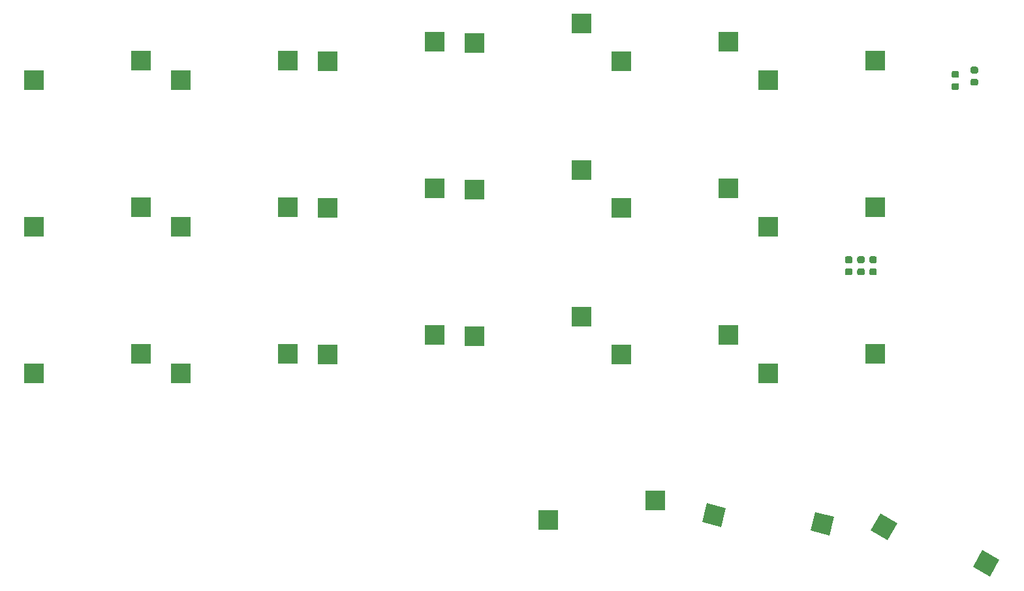
<source format=gbr>
G04 #@! TF.GenerationSoftware,KiCad,Pcbnew,(5.1.5-0-10_14)*
G04 #@! TF.CreationDate,2020-05-04T16:50:39-04:00*
G04 #@! TF.ProjectId,hardware,68617264-7761-4726-952e-6b696361645f,rev?*
G04 #@! TF.SameCoordinates,Original*
G04 #@! TF.FileFunction,Paste,Bot*
G04 #@! TF.FilePolarity,Positive*
%FSLAX46Y46*%
G04 Gerber Fmt 4.6, Leading zero omitted, Abs format (unit mm)*
G04 Created by KiCad (PCBNEW (5.1.5-0-10_14)) date 2020-05-04 16:50:39*
%MOMM*%
%LPD*%
G04 APERTURE LIST*
%ADD10R,2.550000X2.500000*%
%ADD11C,0.100000*%
G04 APERTURE END LIST*
D10*
X64710000Y-40640000D03*
X50860000Y-43180000D03*
X64710000Y-59690000D03*
X50860000Y-62230000D03*
X64710000Y-78740000D03*
X50860000Y-81280000D03*
X83760000Y-40640000D03*
X69910000Y-43180000D03*
X83760000Y-59690000D03*
X69910000Y-62230000D03*
X83760000Y-78740000D03*
X69910000Y-81280000D03*
X102810000Y-38258750D03*
X88960000Y-40798750D03*
X102810000Y-57308750D03*
X88960000Y-59848750D03*
X102810000Y-76358750D03*
X88960000Y-78898750D03*
X121860000Y-35877500D03*
X108010000Y-38417500D03*
X121860000Y-54927500D03*
X108010000Y-57467500D03*
X121860000Y-73977500D03*
X108010000Y-76517500D03*
X131385000Y-97790000D03*
X117535000Y-100330000D03*
X140910000Y-38258750D03*
X127060000Y-40798750D03*
X140910000Y-57308750D03*
X127060000Y-59848750D03*
X140910000Y-76358750D03*
X127060000Y-78898750D03*
D11*
G36*
X151536795Y-101728162D02*
G01*
X152183842Y-99313347D01*
X154646953Y-99973336D01*
X153999906Y-102388151D01*
X151536795Y-101728162D01*
G37*
G36*
X137501322Y-100596969D02*
G01*
X138148369Y-98182154D01*
X140611480Y-98842143D01*
X139964433Y-101256958D01*
X137501322Y-100596969D01*
G37*
D10*
X159960000Y-40640000D03*
X146110000Y-43180000D03*
X159960000Y-59690000D03*
X146110000Y-62230000D03*
X159960000Y-78740000D03*
X146110000Y-81280000D03*
D11*
G36*
X172616720Y-106437237D02*
G01*
X173866720Y-104272173D01*
X176075084Y-105547173D01*
X174825084Y-107712237D01*
X172616720Y-106437237D01*
G37*
G36*
X159352268Y-101711941D02*
G01*
X160602268Y-99546877D01*
X162810632Y-100821877D01*
X161560632Y-102986941D01*
X159352268Y-101711941D01*
G37*
G36*
X170635491Y-43607253D02*
G01*
X170656726Y-43610403D01*
X170677550Y-43615619D01*
X170697762Y-43622851D01*
X170717168Y-43632030D01*
X170735581Y-43643066D01*
X170752824Y-43655854D01*
X170768730Y-43670270D01*
X170783146Y-43686176D01*
X170795934Y-43703419D01*
X170806970Y-43721832D01*
X170816149Y-43741238D01*
X170823381Y-43761450D01*
X170828597Y-43782274D01*
X170831747Y-43803509D01*
X170832800Y-43824950D01*
X170832800Y-44262450D01*
X170831747Y-44283891D01*
X170828597Y-44305126D01*
X170823381Y-44325950D01*
X170816149Y-44346162D01*
X170806970Y-44365568D01*
X170795934Y-44383981D01*
X170783146Y-44401224D01*
X170768730Y-44417130D01*
X170752824Y-44431546D01*
X170735581Y-44444334D01*
X170717168Y-44455370D01*
X170697762Y-44464549D01*
X170677550Y-44471781D01*
X170656726Y-44476997D01*
X170635491Y-44480147D01*
X170614050Y-44481200D01*
X170101550Y-44481200D01*
X170080109Y-44480147D01*
X170058874Y-44476997D01*
X170038050Y-44471781D01*
X170017838Y-44464549D01*
X169998432Y-44455370D01*
X169980019Y-44444334D01*
X169962776Y-44431546D01*
X169946870Y-44417130D01*
X169932454Y-44401224D01*
X169919666Y-44383981D01*
X169908630Y-44365568D01*
X169899451Y-44346162D01*
X169892219Y-44325950D01*
X169887003Y-44305126D01*
X169883853Y-44283891D01*
X169882800Y-44262450D01*
X169882800Y-43824950D01*
X169883853Y-43803509D01*
X169887003Y-43782274D01*
X169892219Y-43761450D01*
X169899451Y-43741238D01*
X169908630Y-43721832D01*
X169919666Y-43703419D01*
X169932454Y-43686176D01*
X169946870Y-43670270D01*
X169962776Y-43655854D01*
X169980019Y-43643066D01*
X169998432Y-43632030D01*
X170017838Y-43622851D01*
X170038050Y-43615619D01*
X170058874Y-43610403D01*
X170080109Y-43607253D01*
X170101550Y-43606200D01*
X170614050Y-43606200D01*
X170635491Y-43607253D01*
G37*
G36*
X170635491Y-42032253D02*
G01*
X170656726Y-42035403D01*
X170677550Y-42040619D01*
X170697762Y-42047851D01*
X170717168Y-42057030D01*
X170735581Y-42068066D01*
X170752824Y-42080854D01*
X170768730Y-42095270D01*
X170783146Y-42111176D01*
X170795934Y-42128419D01*
X170806970Y-42146832D01*
X170816149Y-42166238D01*
X170823381Y-42186450D01*
X170828597Y-42207274D01*
X170831747Y-42228509D01*
X170832800Y-42249950D01*
X170832800Y-42687450D01*
X170831747Y-42708891D01*
X170828597Y-42730126D01*
X170823381Y-42750950D01*
X170816149Y-42771162D01*
X170806970Y-42790568D01*
X170795934Y-42808981D01*
X170783146Y-42826224D01*
X170768730Y-42842130D01*
X170752824Y-42856546D01*
X170735581Y-42869334D01*
X170717168Y-42880370D01*
X170697762Y-42889549D01*
X170677550Y-42896781D01*
X170656726Y-42901997D01*
X170635491Y-42905147D01*
X170614050Y-42906200D01*
X170101550Y-42906200D01*
X170080109Y-42905147D01*
X170058874Y-42901997D01*
X170038050Y-42896781D01*
X170017838Y-42889549D01*
X169998432Y-42880370D01*
X169980019Y-42869334D01*
X169962776Y-42856546D01*
X169946870Y-42842130D01*
X169932454Y-42826224D01*
X169919666Y-42808981D01*
X169908630Y-42790568D01*
X169899451Y-42771162D01*
X169892219Y-42750950D01*
X169887003Y-42730126D01*
X169883853Y-42708891D01*
X169882800Y-42687450D01*
X169882800Y-42249950D01*
X169883853Y-42228509D01*
X169887003Y-42207274D01*
X169892219Y-42186450D01*
X169899451Y-42166238D01*
X169908630Y-42146832D01*
X169919666Y-42128419D01*
X169932454Y-42111176D01*
X169946870Y-42095270D01*
X169962776Y-42080854D01*
X169980019Y-42068066D01*
X169998432Y-42057030D01*
X170017838Y-42047851D01*
X170038050Y-42040619D01*
X170058874Y-42035403D01*
X170080109Y-42032253D01*
X170101550Y-42031200D01*
X170614050Y-42031200D01*
X170635491Y-42032253D01*
G37*
G36*
X173099291Y-41473453D02*
G01*
X173120526Y-41476603D01*
X173141350Y-41481819D01*
X173161562Y-41489051D01*
X173180968Y-41498230D01*
X173199381Y-41509266D01*
X173216624Y-41522054D01*
X173232530Y-41536470D01*
X173246946Y-41552376D01*
X173259734Y-41569619D01*
X173270770Y-41588032D01*
X173279949Y-41607438D01*
X173287181Y-41627650D01*
X173292397Y-41648474D01*
X173295547Y-41669709D01*
X173296600Y-41691150D01*
X173296600Y-42128650D01*
X173295547Y-42150091D01*
X173292397Y-42171326D01*
X173287181Y-42192150D01*
X173279949Y-42212362D01*
X173270770Y-42231768D01*
X173259734Y-42250181D01*
X173246946Y-42267424D01*
X173232530Y-42283330D01*
X173216624Y-42297746D01*
X173199381Y-42310534D01*
X173180968Y-42321570D01*
X173161562Y-42330749D01*
X173141350Y-42337981D01*
X173120526Y-42343197D01*
X173099291Y-42346347D01*
X173077850Y-42347400D01*
X172565350Y-42347400D01*
X172543909Y-42346347D01*
X172522674Y-42343197D01*
X172501850Y-42337981D01*
X172481638Y-42330749D01*
X172462232Y-42321570D01*
X172443819Y-42310534D01*
X172426576Y-42297746D01*
X172410670Y-42283330D01*
X172396254Y-42267424D01*
X172383466Y-42250181D01*
X172372430Y-42231768D01*
X172363251Y-42212362D01*
X172356019Y-42192150D01*
X172350803Y-42171326D01*
X172347653Y-42150091D01*
X172346600Y-42128650D01*
X172346600Y-41691150D01*
X172347653Y-41669709D01*
X172350803Y-41648474D01*
X172356019Y-41627650D01*
X172363251Y-41607438D01*
X172372430Y-41588032D01*
X172383466Y-41569619D01*
X172396254Y-41552376D01*
X172410670Y-41536470D01*
X172426576Y-41522054D01*
X172443819Y-41509266D01*
X172462232Y-41498230D01*
X172481638Y-41489051D01*
X172501850Y-41481819D01*
X172522674Y-41476603D01*
X172543909Y-41473453D01*
X172565350Y-41472400D01*
X173077850Y-41472400D01*
X173099291Y-41473453D01*
G37*
G36*
X173099291Y-43048453D02*
G01*
X173120526Y-43051603D01*
X173141350Y-43056819D01*
X173161562Y-43064051D01*
X173180968Y-43073230D01*
X173199381Y-43084266D01*
X173216624Y-43097054D01*
X173232530Y-43111470D01*
X173246946Y-43127376D01*
X173259734Y-43144619D01*
X173270770Y-43163032D01*
X173279949Y-43182438D01*
X173287181Y-43202650D01*
X173292397Y-43223474D01*
X173295547Y-43244709D01*
X173296600Y-43266150D01*
X173296600Y-43703650D01*
X173295547Y-43725091D01*
X173292397Y-43746326D01*
X173287181Y-43767150D01*
X173279949Y-43787362D01*
X173270770Y-43806768D01*
X173259734Y-43825181D01*
X173246946Y-43842424D01*
X173232530Y-43858330D01*
X173216624Y-43872746D01*
X173199381Y-43885534D01*
X173180968Y-43896570D01*
X173161562Y-43905749D01*
X173141350Y-43912981D01*
X173120526Y-43918197D01*
X173099291Y-43921347D01*
X173077850Y-43922400D01*
X172565350Y-43922400D01*
X172543909Y-43921347D01*
X172522674Y-43918197D01*
X172501850Y-43912981D01*
X172481638Y-43905749D01*
X172462232Y-43896570D01*
X172443819Y-43885534D01*
X172426576Y-43872746D01*
X172410670Y-43858330D01*
X172396254Y-43842424D01*
X172383466Y-43825181D01*
X172372430Y-43806768D01*
X172363251Y-43787362D01*
X172356019Y-43767150D01*
X172350803Y-43746326D01*
X172347653Y-43725091D01*
X172346600Y-43703650D01*
X172346600Y-43266150D01*
X172347653Y-43244709D01*
X172350803Y-43223474D01*
X172356019Y-43202650D01*
X172363251Y-43182438D01*
X172372430Y-43163032D01*
X172383466Y-43144619D01*
X172396254Y-43127376D01*
X172410670Y-43111470D01*
X172426576Y-43097054D01*
X172443819Y-43084266D01*
X172462232Y-43073230D01*
X172481638Y-43064051D01*
X172501850Y-43056819D01*
X172522674Y-43051603D01*
X172543909Y-43048453D01*
X172565350Y-43047400D01*
X173077850Y-43047400D01*
X173099291Y-43048453D01*
G37*
G36*
X158383166Y-66108278D02*
G01*
X158404401Y-66111428D01*
X158425225Y-66116644D01*
X158445437Y-66123876D01*
X158464843Y-66133055D01*
X158483256Y-66144091D01*
X158500499Y-66156879D01*
X158516405Y-66171295D01*
X158530821Y-66187201D01*
X158543609Y-66204444D01*
X158554645Y-66222857D01*
X158563824Y-66242263D01*
X158571056Y-66262475D01*
X158576272Y-66283299D01*
X158579422Y-66304534D01*
X158580475Y-66325975D01*
X158580475Y-66763475D01*
X158579422Y-66784916D01*
X158576272Y-66806151D01*
X158571056Y-66826975D01*
X158563824Y-66847187D01*
X158554645Y-66866593D01*
X158543609Y-66885006D01*
X158530821Y-66902249D01*
X158516405Y-66918155D01*
X158500499Y-66932571D01*
X158483256Y-66945359D01*
X158464843Y-66956395D01*
X158445437Y-66965574D01*
X158425225Y-66972806D01*
X158404401Y-66978022D01*
X158383166Y-66981172D01*
X158361725Y-66982225D01*
X157849225Y-66982225D01*
X157827784Y-66981172D01*
X157806549Y-66978022D01*
X157785725Y-66972806D01*
X157765513Y-66965574D01*
X157746107Y-66956395D01*
X157727694Y-66945359D01*
X157710451Y-66932571D01*
X157694545Y-66918155D01*
X157680129Y-66902249D01*
X157667341Y-66885006D01*
X157656305Y-66866593D01*
X157647126Y-66847187D01*
X157639894Y-66826975D01*
X157634678Y-66806151D01*
X157631528Y-66784916D01*
X157630475Y-66763475D01*
X157630475Y-66325975D01*
X157631528Y-66304534D01*
X157634678Y-66283299D01*
X157639894Y-66262475D01*
X157647126Y-66242263D01*
X157656305Y-66222857D01*
X157667341Y-66204444D01*
X157680129Y-66187201D01*
X157694545Y-66171295D01*
X157710451Y-66156879D01*
X157727694Y-66144091D01*
X157746107Y-66133055D01*
X157765513Y-66123876D01*
X157785725Y-66116644D01*
X157806549Y-66111428D01*
X157827784Y-66108278D01*
X157849225Y-66107225D01*
X158361725Y-66107225D01*
X158383166Y-66108278D01*
G37*
G36*
X158383166Y-67683278D02*
G01*
X158404401Y-67686428D01*
X158425225Y-67691644D01*
X158445437Y-67698876D01*
X158464843Y-67708055D01*
X158483256Y-67719091D01*
X158500499Y-67731879D01*
X158516405Y-67746295D01*
X158530821Y-67762201D01*
X158543609Y-67779444D01*
X158554645Y-67797857D01*
X158563824Y-67817263D01*
X158571056Y-67837475D01*
X158576272Y-67858299D01*
X158579422Y-67879534D01*
X158580475Y-67900975D01*
X158580475Y-68338475D01*
X158579422Y-68359916D01*
X158576272Y-68381151D01*
X158571056Y-68401975D01*
X158563824Y-68422187D01*
X158554645Y-68441593D01*
X158543609Y-68460006D01*
X158530821Y-68477249D01*
X158516405Y-68493155D01*
X158500499Y-68507571D01*
X158483256Y-68520359D01*
X158464843Y-68531395D01*
X158445437Y-68540574D01*
X158425225Y-68547806D01*
X158404401Y-68553022D01*
X158383166Y-68556172D01*
X158361725Y-68557225D01*
X157849225Y-68557225D01*
X157827784Y-68556172D01*
X157806549Y-68553022D01*
X157785725Y-68547806D01*
X157765513Y-68540574D01*
X157746107Y-68531395D01*
X157727694Y-68520359D01*
X157710451Y-68507571D01*
X157694545Y-68493155D01*
X157680129Y-68477249D01*
X157667341Y-68460006D01*
X157656305Y-68441593D01*
X157647126Y-68422187D01*
X157639894Y-68401975D01*
X157634678Y-68381151D01*
X157631528Y-68359916D01*
X157630475Y-68338475D01*
X157630475Y-67900975D01*
X157631528Y-67879534D01*
X157634678Y-67858299D01*
X157639894Y-67837475D01*
X157647126Y-67817263D01*
X157656305Y-67797857D01*
X157667341Y-67779444D01*
X157680129Y-67762201D01*
X157694545Y-67746295D01*
X157710451Y-67731879D01*
X157727694Y-67719091D01*
X157746107Y-67708055D01*
X157765513Y-67698876D01*
X157785725Y-67691644D01*
X157806549Y-67686428D01*
X157827784Y-67683278D01*
X157849225Y-67682225D01*
X158361725Y-67682225D01*
X158383166Y-67683278D01*
G37*
G36*
X159970666Y-66108278D02*
G01*
X159991901Y-66111428D01*
X160012725Y-66116644D01*
X160032937Y-66123876D01*
X160052343Y-66133055D01*
X160070756Y-66144091D01*
X160087999Y-66156879D01*
X160103905Y-66171295D01*
X160118321Y-66187201D01*
X160131109Y-66204444D01*
X160142145Y-66222857D01*
X160151324Y-66242263D01*
X160158556Y-66262475D01*
X160163772Y-66283299D01*
X160166922Y-66304534D01*
X160167975Y-66325975D01*
X160167975Y-66763475D01*
X160166922Y-66784916D01*
X160163772Y-66806151D01*
X160158556Y-66826975D01*
X160151324Y-66847187D01*
X160142145Y-66866593D01*
X160131109Y-66885006D01*
X160118321Y-66902249D01*
X160103905Y-66918155D01*
X160087999Y-66932571D01*
X160070756Y-66945359D01*
X160052343Y-66956395D01*
X160032937Y-66965574D01*
X160012725Y-66972806D01*
X159991901Y-66978022D01*
X159970666Y-66981172D01*
X159949225Y-66982225D01*
X159436725Y-66982225D01*
X159415284Y-66981172D01*
X159394049Y-66978022D01*
X159373225Y-66972806D01*
X159353013Y-66965574D01*
X159333607Y-66956395D01*
X159315194Y-66945359D01*
X159297951Y-66932571D01*
X159282045Y-66918155D01*
X159267629Y-66902249D01*
X159254841Y-66885006D01*
X159243805Y-66866593D01*
X159234626Y-66847187D01*
X159227394Y-66826975D01*
X159222178Y-66806151D01*
X159219028Y-66784916D01*
X159217975Y-66763475D01*
X159217975Y-66325975D01*
X159219028Y-66304534D01*
X159222178Y-66283299D01*
X159227394Y-66262475D01*
X159234626Y-66242263D01*
X159243805Y-66222857D01*
X159254841Y-66204444D01*
X159267629Y-66187201D01*
X159282045Y-66171295D01*
X159297951Y-66156879D01*
X159315194Y-66144091D01*
X159333607Y-66133055D01*
X159353013Y-66123876D01*
X159373225Y-66116644D01*
X159394049Y-66111428D01*
X159415284Y-66108278D01*
X159436725Y-66107225D01*
X159949225Y-66107225D01*
X159970666Y-66108278D01*
G37*
G36*
X159970666Y-67683278D02*
G01*
X159991901Y-67686428D01*
X160012725Y-67691644D01*
X160032937Y-67698876D01*
X160052343Y-67708055D01*
X160070756Y-67719091D01*
X160087999Y-67731879D01*
X160103905Y-67746295D01*
X160118321Y-67762201D01*
X160131109Y-67779444D01*
X160142145Y-67797857D01*
X160151324Y-67817263D01*
X160158556Y-67837475D01*
X160163772Y-67858299D01*
X160166922Y-67879534D01*
X160167975Y-67900975D01*
X160167975Y-68338475D01*
X160166922Y-68359916D01*
X160163772Y-68381151D01*
X160158556Y-68401975D01*
X160151324Y-68422187D01*
X160142145Y-68441593D01*
X160131109Y-68460006D01*
X160118321Y-68477249D01*
X160103905Y-68493155D01*
X160087999Y-68507571D01*
X160070756Y-68520359D01*
X160052343Y-68531395D01*
X160032937Y-68540574D01*
X160012725Y-68547806D01*
X159991901Y-68553022D01*
X159970666Y-68556172D01*
X159949225Y-68557225D01*
X159436725Y-68557225D01*
X159415284Y-68556172D01*
X159394049Y-68553022D01*
X159373225Y-68547806D01*
X159353013Y-68540574D01*
X159333607Y-68531395D01*
X159315194Y-68520359D01*
X159297951Y-68507571D01*
X159282045Y-68493155D01*
X159267629Y-68477249D01*
X159254841Y-68460006D01*
X159243805Y-68441593D01*
X159234626Y-68422187D01*
X159227394Y-68401975D01*
X159222178Y-68381151D01*
X159219028Y-68359916D01*
X159217975Y-68338475D01*
X159217975Y-67900975D01*
X159219028Y-67879534D01*
X159222178Y-67858299D01*
X159227394Y-67837475D01*
X159234626Y-67817263D01*
X159243805Y-67797857D01*
X159254841Y-67779444D01*
X159267629Y-67762201D01*
X159282045Y-67746295D01*
X159297951Y-67731879D01*
X159315194Y-67719091D01*
X159333607Y-67708055D01*
X159353013Y-67698876D01*
X159373225Y-67691644D01*
X159394049Y-67686428D01*
X159415284Y-67683278D01*
X159436725Y-67682225D01*
X159949225Y-67682225D01*
X159970666Y-67683278D01*
G37*
G36*
X156795666Y-67683278D02*
G01*
X156816901Y-67686428D01*
X156837725Y-67691644D01*
X156857937Y-67698876D01*
X156877343Y-67708055D01*
X156895756Y-67719091D01*
X156912999Y-67731879D01*
X156928905Y-67746295D01*
X156943321Y-67762201D01*
X156956109Y-67779444D01*
X156967145Y-67797857D01*
X156976324Y-67817263D01*
X156983556Y-67837475D01*
X156988772Y-67858299D01*
X156991922Y-67879534D01*
X156992975Y-67900975D01*
X156992975Y-68338475D01*
X156991922Y-68359916D01*
X156988772Y-68381151D01*
X156983556Y-68401975D01*
X156976324Y-68422187D01*
X156967145Y-68441593D01*
X156956109Y-68460006D01*
X156943321Y-68477249D01*
X156928905Y-68493155D01*
X156912999Y-68507571D01*
X156895756Y-68520359D01*
X156877343Y-68531395D01*
X156857937Y-68540574D01*
X156837725Y-68547806D01*
X156816901Y-68553022D01*
X156795666Y-68556172D01*
X156774225Y-68557225D01*
X156261725Y-68557225D01*
X156240284Y-68556172D01*
X156219049Y-68553022D01*
X156198225Y-68547806D01*
X156178013Y-68540574D01*
X156158607Y-68531395D01*
X156140194Y-68520359D01*
X156122951Y-68507571D01*
X156107045Y-68493155D01*
X156092629Y-68477249D01*
X156079841Y-68460006D01*
X156068805Y-68441593D01*
X156059626Y-68422187D01*
X156052394Y-68401975D01*
X156047178Y-68381151D01*
X156044028Y-68359916D01*
X156042975Y-68338475D01*
X156042975Y-67900975D01*
X156044028Y-67879534D01*
X156047178Y-67858299D01*
X156052394Y-67837475D01*
X156059626Y-67817263D01*
X156068805Y-67797857D01*
X156079841Y-67779444D01*
X156092629Y-67762201D01*
X156107045Y-67746295D01*
X156122951Y-67731879D01*
X156140194Y-67719091D01*
X156158607Y-67708055D01*
X156178013Y-67698876D01*
X156198225Y-67691644D01*
X156219049Y-67686428D01*
X156240284Y-67683278D01*
X156261725Y-67682225D01*
X156774225Y-67682225D01*
X156795666Y-67683278D01*
G37*
G36*
X156795666Y-66108278D02*
G01*
X156816901Y-66111428D01*
X156837725Y-66116644D01*
X156857937Y-66123876D01*
X156877343Y-66133055D01*
X156895756Y-66144091D01*
X156912999Y-66156879D01*
X156928905Y-66171295D01*
X156943321Y-66187201D01*
X156956109Y-66204444D01*
X156967145Y-66222857D01*
X156976324Y-66242263D01*
X156983556Y-66262475D01*
X156988772Y-66283299D01*
X156991922Y-66304534D01*
X156992975Y-66325975D01*
X156992975Y-66763475D01*
X156991922Y-66784916D01*
X156988772Y-66806151D01*
X156983556Y-66826975D01*
X156976324Y-66847187D01*
X156967145Y-66866593D01*
X156956109Y-66885006D01*
X156943321Y-66902249D01*
X156928905Y-66918155D01*
X156912999Y-66932571D01*
X156895756Y-66945359D01*
X156877343Y-66956395D01*
X156857937Y-66965574D01*
X156837725Y-66972806D01*
X156816901Y-66978022D01*
X156795666Y-66981172D01*
X156774225Y-66982225D01*
X156261725Y-66982225D01*
X156240284Y-66981172D01*
X156219049Y-66978022D01*
X156198225Y-66972806D01*
X156178013Y-66965574D01*
X156158607Y-66956395D01*
X156140194Y-66945359D01*
X156122951Y-66932571D01*
X156107045Y-66918155D01*
X156092629Y-66902249D01*
X156079841Y-66885006D01*
X156068805Y-66866593D01*
X156059626Y-66847187D01*
X156052394Y-66826975D01*
X156047178Y-66806151D01*
X156044028Y-66784916D01*
X156042975Y-66763475D01*
X156042975Y-66325975D01*
X156044028Y-66304534D01*
X156047178Y-66283299D01*
X156052394Y-66262475D01*
X156059626Y-66242263D01*
X156068805Y-66222857D01*
X156079841Y-66204444D01*
X156092629Y-66187201D01*
X156107045Y-66171295D01*
X156122951Y-66156879D01*
X156140194Y-66144091D01*
X156158607Y-66133055D01*
X156178013Y-66123876D01*
X156198225Y-66116644D01*
X156219049Y-66111428D01*
X156240284Y-66108278D01*
X156261725Y-66107225D01*
X156774225Y-66107225D01*
X156795666Y-66108278D01*
G37*
M02*

</source>
